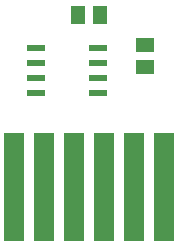
<source format=gbr>
G04 DipTrace 2.4.0.2*
%INTopPaste.gbr*%
%MOIN*%
%ADD15R,0.0512X0.0591*%
%ADD16R,0.065X0.36*%
%ADD17R,0.0591X0.0512*%
%ADD19R,0.0598X0.0236*%
%FSLAX44Y44*%
G04*
G70*
G90*
G75*
G01*
%LNTopPaste*%
%LPD*%
D15*
X375Y7625D3*
X-373D3*
D16*
X-2500Y1875D3*
X-1500D3*
X-500D3*
X500D3*
X1500D3*
X2500D3*
D17*
X1875Y6625D3*
Y5877D3*
D19*
X-1750Y6500D3*
Y6000D3*
Y5500D3*
Y5000D3*
X297D3*
Y5500D3*
Y6000D3*
Y6500D3*
M02*

</source>
